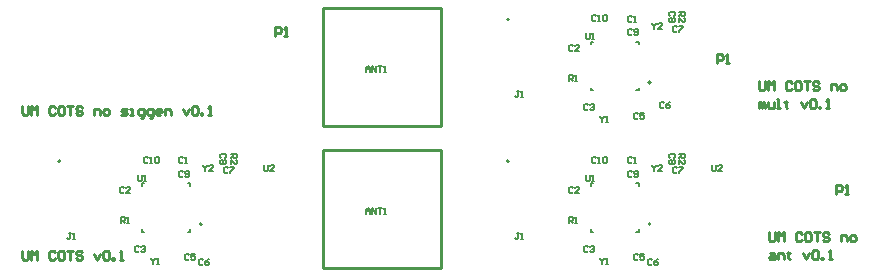
<source format=gto>
G04*
G04 #@! TF.GenerationSoftware,Altium Limited,Altium Designer,21.7.2 (23)*
G04*
G04 Layer_Color=65535*
%FSLAX25Y25*%
%MOIN*%
G70*
G04*
G04 #@! TF.SameCoordinates,F55E2E5B-1DD0-4EDA-8E00-308EEE6F08C1*
G04*
G04*
G04 #@! TF.FilePolarity,Positive*
G04*
G01*
G75*
%ADD26C,0.00800*%
%ADD27C,0.01000*%
%ADD34C,0.00787*%
%ADD35C,0.00500*%
D26*
X132500Y104644D02*
Y105977D01*
X133167Y106643D01*
X133833Y105977D01*
Y104644D01*
Y105644D01*
X132500D01*
X134499Y104644D02*
Y106643D01*
X135832Y104644D01*
Y106643D01*
X136499D02*
X137832D01*
X137165D01*
Y104644D01*
X138498D02*
X139164D01*
X138831D01*
Y106643D01*
X138498Y106310D01*
X237006Y124744D02*
X239006D01*
Y123744D01*
X238672Y123411D01*
X238006D01*
X237673Y123744D01*
Y124744D01*
Y124078D02*
X237006Y123411D01*
Y121412D02*
Y122745D01*
X238339Y121412D01*
X238672D01*
X239006Y121745D01*
Y122412D01*
X238672Y122745D01*
X200306Y101744D02*
Y103743D01*
X201306D01*
X201639Y103410D01*
Y102744D01*
X201306Y102410D01*
X200306D01*
X200973D02*
X201639Y101744D01*
X202306D02*
X202972D01*
X202639D01*
Y103743D01*
X202306Y103410D01*
X183639Y98343D02*
X182973D01*
X183306D01*
Y96677D01*
X182973Y96344D01*
X182640D01*
X182306Y96677D01*
X184306Y96344D02*
X184972D01*
X184639D01*
Y98343D01*
X184306Y98010D01*
X209339Y123310D02*
X209006Y123643D01*
X208340D01*
X208006Y123310D01*
Y121977D01*
X208340Y121644D01*
X209006D01*
X209339Y121977D01*
X210006Y121644D02*
X210672D01*
X210339D01*
Y123643D01*
X210006Y123310D01*
X211672D02*
X212005Y123643D01*
X212671D01*
X213005Y123310D01*
Y121977D01*
X212671Y121644D01*
X212005D01*
X211672Y121977D01*
Y123310D01*
X221239Y118676D02*
X220906Y119009D01*
X220239D01*
X219906Y118676D01*
Y117343D01*
X220239Y117009D01*
X220906D01*
X221239Y117343D01*
X221906D02*
X222239Y117009D01*
X222905D01*
X223238Y117343D01*
Y118676D01*
X222905Y119009D01*
X222239D01*
X221906Y118676D01*
Y118342D01*
X222239Y118009D01*
X223238D01*
X227706Y121043D02*
Y120710D01*
X228373Y120044D01*
X229039Y120710D01*
Y121043D01*
X228373Y120044D02*
Y119044D01*
X231038D02*
X229706D01*
X231038Y120377D01*
Y120710D01*
X230705Y121043D01*
X230039D01*
X229706Y120710D01*
X210406Y90043D02*
Y89710D01*
X211073Y89044D01*
X211739Y89710D01*
Y90043D01*
X211073Y89044D02*
Y88044D01*
X212406D02*
X213072D01*
X212739D01*
Y90043D01*
X212406Y89710D01*
X206006Y117743D02*
Y116077D01*
X206340Y115744D01*
X207006D01*
X207339Y116077D01*
Y117743D01*
X208006Y115744D02*
X208672D01*
X208339D01*
Y117743D01*
X208006Y117410D01*
X235172Y123411D02*
X235506Y123744D01*
Y124411D01*
X235172Y124744D01*
X233840D01*
X233506Y124411D01*
Y123744D01*
X233840Y123411D01*
X235172Y122745D02*
X235506Y122412D01*
Y121745D01*
X235172Y121412D01*
X234839D01*
X234506Y121745D01*
X234173Y121412D01*
X233840D01*
X233506Y121745D01*
Y122412D01*
X233840Y122745D01*
X234173D01*
X234506Y122412D01*
X234839Y122745D01*
X235172D01*
X234506Y122412D02*
Y121745D01*
X236039Y119810D02*
X235706Y120143D01*
X235039D01*
X234706Y119810D01*
Y118477D01*
X235039Y118144D01*
X235706D01*
X236039Y118477D01*
X236706Y120143D02*
X238038D01*
Y119810D01*
X236706Y118477D01*
Y118144D01*
X231739Y94210D02*
X231406Y94543D01*
X230739D01*
X230406Y94210D01*
Y92877D01*
X230739Y92544D01*
X231406D01*
X231739Y92877D01*
X233738Y94543D02*
X233072Y94210D01*
X232406Y93544D01*
Y92877D01*
X232739Y92544D01*
X233405D01*
X233738Y92877D01*
Y93211D01*
X233405Y93544D01*
X232406D01*
X223039Y90810D02*
X222706Y91143D01*
X222040D01*
X221706Y90810D01*
Y89477D01*
X222040Y89144D01*
X222706D01*
X223039Y89477D01*
X225039Y91143D02*
X223706D01*
Y90144D01*
X224372Y90477D01*
X224705D01*
X225039Y90144D01*
Y89477D01*
X224705Y89144D01*
X224039D01*
X223706Y89477D01*
X206439Y93610D02*
X206106Y93943D01*
X205439D01*
X205106Y93610D01*
Y92277D01*
X205439Y91944D01*
X206106D01*
X206439Y92277D01*
X207106Y93610D02*
X207439Y93943D01*
X208105D01*
X208438Y93610D01*
Y93277D01*
X208105Y92944D01*
X207772D01*
X208105D01*
X208438Y92611D01*
Y92277D01*
X208105Y91944D01*
X207439D01*
X207106Y92277D01*
X201539Y113210D02*
X201206Y113543D01*
X200539D01*
X200206Y113210D01*
Y111877D01*
X200539Y111544D01*
X201206D01*
X201539Y111877D01*
X203539Y111544D02*
X202206D01*
X203539Y112877D01*
Y113210D01*
X203205Y113543D01*
X202539D01*
X202206Y113210D01*
X221239Y123110D02*
X220906Y123443D01*
X220239D01*
X219906Y123110D01*
Y121777D01*
X220239Y121444D01*
X220906D01*
X221239Y121777D01*
X221906Y121444D02*
X222572D01*
X222239D01*
Y123443D01*
X221906Y123110D01*
X248006Y73799D02*
Y72133D01*
X248340Y71800D01*
X249006D01*
X249339Y72133D01*
Y73799D01*
X251339Y71800D02*
X250006D01*
X251339Y73133D01*
Y73466D01*
X251005Y73799D01*
X250339D01*
X250006Y73466D01*
X237006Y77500D02*
X239006D01*
Y76500D01*
X238672Y76167D01*
X238006D01*
X237673Y76500D01*
Y77500D01*
Y76834D02*
X237006Y76167D01*
Y74168D02*
Y75501D01*
X238339Y74168D01*
X238672D01*
X239006Y74501D01*
Y75167D01*
X238672Y75501D01*
X200306Y54500D02*
Y56499D01*
X201306D01*
X201639Y56166D01*
Y55500D01*
X201306Y55166D01*
X200306D01*
X200973D02*
X201639Y54500D01*
X202306D02*
X202972D01*
X202639D01*
Y56499D01*
X202306Y56166D01*
X183639Y51099D02*
X182973D01*
X183306D01*
Y49433D01*
X182973Y49100D01*
X182640D01*
X182306Y49433D01*
X184306Y49100D02*
X184972D01*
X184639D01*
Y51099D01*
X184306Y50766D01*
X209339Y76066D02*
X209006Y76399D01*
X208340D01*
X208006Y76066D01*
Y74733D01*
X208340Y74400D01*
X209006D01*
X209339Y74733D01*
X210006Y74400D02*
X210672D01*
X210339D01*
Y76399D01*
X210006Y76066D01*
X211672D02*
X212005Y76399D01*
X212671D01*
X213005Y76066D01*
Y74733D01*
X212671Y74400D01*
X212005D01*
X211672Y74733D01*
Y76066D01*
X221239Y71431D02*
X220906Y71765D01*
X220239D01*
X219906Y71431D01*
Y70099D01*
X220239Y69765D01*
X220906D01*
X221239Y70099D01*
X221906D02*
X222239Y69765D01*
X222905D01*
X223238Y70099D01*
Y71431D01*
X222905Y71765D01*
X222239D01*
X221906Y71431D01*
Y71098D01*
X222239Y70765D01*
X223238D01*
X227706Y73799D02*
Y73466D01*
X228373Y72800D01*
X229039Y73466D01*
Y73799D01*
X228373Y72800D02*
Y71800D01*
X231038D02*
X229706D01*
X231038Y73133D01*
Y73466D01*
X230705Y73799D01*
X230039D01*
X229706Y73466D01*
X210406Y42799D02*
Y42466D01*
X211073Y41800D01*
X211739Y42466D01*
Y42799D01*
X211073Y41800D02*
Y40800D01*
X212406D02*
X213072D01*
X212739D01*
Y42799D01*
X212406Y42466D01*
X206006Y70499D02*
Y68833D01*
X206340Y68500D01*
X207006D01*
X207339Y68833D01*
Y70499D01*
X208006Y68500D02*
X208672D01*
X208339D01*
Y70499D01*
X208006Y70166D01*
X235172Y76167D02*
X235506Y76500D01*
Y77167D01*
X235172Y77500D01*
X233840D01*
X233506Y77167D01*
Y76500D01*
X233840Y76167D01*
X235172Y75501D02*
X235506Y75167D01*
Y74501D01*
X235172Y74168D01*
X234839D01*
X234506Y74501D01*
X234173Y74168D01*
X233840D01*
X233506Y74501D01*
Y75167D01*
X233840Y75501D01*
X234173D01*
X234506Y75167D01*
X234839Y75501D01*
X235172D01*
X234506Y75167D02*
Y74501D01*
X236039Y72566D02*
X235706Y72899D01*
X235039D01*
X234706Y72566D01*
Y71233D01*
X235039Y70900D01*
X235706D01*
X236039Y71233D01*
X236706Y72899D02*
X238038D01*
Y72566D01*
X236706Y71233D01*
Y70900D01*
X227839Y42166D02*
X227506Y42499D01*
X226839D01*
X226506Y42166D01*
Y40833D01*
X226839Y40500D01*
X227506D01*
X227839Y40833D01*
X229838Y42499D02*
X229172Y42166D01*
X228506Y41500D01*
Y40833D01*
X228839Y40500D01*
X229505D01*
X229838Y40833D01*
Y41166D01*
X229505Y41500D01*
X228506D01*
X223039Y43566D02*
X222706Y43899D01*
X222040D01*
X221706Y43566D01*
Y42233D01*
X222040Y41900D01*
X222706D01*
X223039Y42233D01*
X225039Y43899D02*
X223706D01*
Y42900D01*
X224372Y43233D01*
X224705D01*
X225039Y42900D01*
Y42233D01*
X224705Y41900D01*
X224039D01*
X223706Y42233D01*
X206439Y46366D02*
X206106Y46699D01*
X205439D01*
X205106Y46366D01*
Y45033D01*
X205439Y44700D01*
X206106D01*
X206439Y45033D01*
X207106Y46366D02*
X207439Y46699D01*
X208105D01*
X208438Y46366D01*
Y46033D01*
X208105Y45700D01*
X207772D01*
X208105D01*
X208438Y45366D01*
Y45033D01*
X208105Y44700D01*
X207439D01*
X207106Y45033D01*
X201539Y65966D02*
X201206Y66299D01*
X200539D01*
X200206Y65966D01*
Y64633D01*
X200539Y64300D01*
X201206D01*
X201539Y64633D01*
X203538Y64300D02*
X202206D01*
X203538Y65633D01*
Y65966D01*
X203205Y66299D01*
X202539D01*
X202206Y65966D01*
X221239Y75866D02*
X220906Y76199D01*
X220239D01*
X219906Y75866D01*
Y74533D01*
X220239Y74200D01*
X220906D01*
X221239Y74533D01*
X221906Y74200D02*
X222572D01*
X222239D01*
Y76199D01*
X221906Y75866D01*
X98400Y73799D02*
Y72133D01*
X98733Y71800D01*
X99400D01*
X99733Y72133D01*
Y73799D01*
X101732Y71800D02*
X100399D01*
X101732Y73133D01*
Y73466D01*
X101399Y73799D01*
X100733D01*
X100399Y73466D01*
X132500Y57400D02*
Y58733D01*
X133167Y59399D01*
X133833Y58733D01*
Y57400D01*
Y58400D01*
X132500D01*
X134499Y57400D02*
Y59399D01*
X135832Y57400D01*
Y59399D01*
X136499D02*
X137832D01*
X137165D01*
Y57400D01*
X138498D02*
X139164D01*
X138831D01*
Y59399D01*
X138498Y59066D01*
X87400Y77500D02*
X89399D01*
Y76500D01*
X89066Y76167D01*
X88400D01*
X88066Y76500D01*
Y77500D01*
Y76834D02*
X87400Y76167D01*
Y74168D02*
Y75501D01*
X88733Y74168D01*
X89066D01*
X89399Y74501D01*
Y75167D01*
X89066Y75501D01*
X50700Y54500D02*
Y56499D01*
X51700D01*
X52033Y56166D01*
Y55500D01*
X51700Y55166D01*
X50700D01*
X51366D02*
X52033Y54500D01*
X52699D02*
X53366D01*
X53033D01*
Y56499D01*
X52699Y56166D01*
X34033Y51099D02*
X33366D01*
X33700D01*
Y49433D01*
X33366Y49100D01*
X33033D01*
X32700Y49433D01*
X34699Y49100D02*
X35366D01*
X35033D01*
Y51099D01*
X34699Y50766D01*
X59733Y76066D02*
X59400Y76399D01*
X58733D01*
X58400Y76066D01*
Y74733D01*
X58733Y74400D01*
X59400D01*
X59733Y74733D01*
X60399Y74400D02*
X61066D01*
X60733D01*
Y76399D01*
X60399Y76066D01*
X62066D02*
X62399Y76399D01*
X63065D01*
X63398Y76066D01*
Y74733D01*
X63065Y74400D01*
X62399D01*
X62066Y74733D01*
Y76066D01*
X71633Y71431D02*
X71300Y71765D01*
X70633D01*
X70300Y71431D01*
Y70099D01*
X70633Y69765D01*
X71300D01*
X71633Y70099D01*
X72299D02*
X72633Y69765D01*
X73299D01*
X73632Y70099D01*
Y71431D01*
X73299Y71765D01*
X72633D01*
X72299Y71431D01*
Y71098D01*
X72633Y70765D01*
X73632D01*
X78100Y73799D02*
Y73466D01*
X78766Y72800D01*
X79433Y73466D01*
Y73799D01*
X78766Y72800D02*
Y71800D01*
X81432D02*
X80099D01*
X81432Y73133D01*
Y73466D01*
X81099Y73799D01*
X80433D01*
X80099Y73466D01*
X60800Y42799D02*
Y42466D01*
X61466Y41800D01*
X62133Y42466D01*
Y42799D01*
X61466Y41800D02*
Y40800D01*
X62799D02*
X63466D01*
X63133D01*
Y42799D01*
X62799Y42466D01*
X56400Y70499D02*
Y68833D01*
X56733Y68500D01*
X57400D01*
X57733Y68833D01*
Y70499D01*
X58399Y68500D02*
X59066D01*
X58733D01*
Y70499D01*
X58399Y70166D01*
X85566Y76167D02*
X85899Y76500D01*
Y77167D01*
X85566Y77500D01*
X84233D01*
X83900Y77167D01*
Y76500D01*
X84233Y76167D01*
X85566Y75501D02*
X85899Y75167D01*
Y74501D01*
X85566Y74168D01*
X85233D01*
X84900Y74501D01*
X84566Y74168D01*
X84233D01*
X83900Y74501D01*
Y75167D01*
X84233Y75501D01*
X84566D01*
X84900Y75167D01*
X85233Y75501D01*
X85566D01*
X84900Y75167D02*
Y74501D01*
X86433Y72566D02*
X86100Y72899D01*
X85433D01*
X85100Y72566D01*
Y71233D01*
X85433Y70900D01*
X86100D01*
X86433Y71233D01*
X87099Y72899D02*
X88432D01*
Y72566D01*
X87099Y71233D01*
Y70900D01*
X78233Y42166D02*
X77900Y42499D01*
X77233D01*
X76900Y42166D01*
Y40833D01*
X77233Y40500D01*
X77900D01*
X78233Y40833D01*
X80232Y42499D02*
X79566Y42166D01*
X78899Y41500D01*
Y40833D01*
X79233Y40500D01*
X79899D01*
X80232Y40833D01*
Y41166D01*
X79899Y41500D01*
X78899D01*
X73433Y43566D02*
X73100Y43899D01*
X72433D01*
X72100Y43566D01*
Y42233D01*
X72433Y41900D01*
X73100D01*
X73433Y42233D01*
X75432Y43899D02*
X74099D01*
Y42900D01*
X74766Y43233D01*
X75099D01*
X75432Y42900D01*
Y42233D01*
X75099Y41900D01*
X74433D01*
X74099Y42233D01*
X56833Y46366D02*
X56500Y46699D01*
X55833D01*
X55500Y46366D01*
Y45033D01*
X55833Y44700D01*
X56500D01*
X56833Y45033D01*
X57499Y46366D02*
X57833Y46699D01*
X58499D01*
X58832Y46366D01*
Y46033D01*
X58499Y45700D01*
X58166D01*
X58499D01*
X58832Y45366D01*
Y45033D01*
X58499Y44700D01*
X57833D01*
X57499Y45033D01*
X51933Y65966D02*
X51600Y66299D01*
X50933D01*
X50600Y65966D01*
Y64633D01*
X50933Y64300D01*
X51600D01*
X51933Y64633D01*
X53932Y64300D02*
X52599D01*
X53932Y65633D01*
Y65966D01*
X53599Y66299D01*
X52933D01*
X52599Y65966D01*
X71633Y75866D02*
X71300Y76199D01*
X70633D01*
X70300Y75866D01*
Y74533D01*
X70633Y74200D01*
X71300D01*
X71633Y74533D01*
X72299Y74200D02*
X72966D01*
X72633D01*
Y76199D01*
X72299Y75866D01*
D27*
X118110Y86614D02*
X157480D01*
X118110Y125984D02*
X157480D01*
Y86614D02*
Y125984D01*
X118110Y86614D02*
Y125984D01*
X18000Y93343D02*
Y90844D01*
X18500Y90344D01*
X19500D01*
X19999Y90844D01*
Y93343D01*
X20999Y90344D02*
Y93343D01*
X21999Y92343D01*
X22998Y93343D01*
Y90344D01*
X28996Y92843D02*
X28497Y93343D01*
X27497D01*
X26997Y92843D01*
Y90844D01*
X27497Y90344D01*
X28497D01*
X28996Y90844D01*
X31496Y93343D02*
X30496D01*
X29996Y92843D01*
Y90844D01*
X30496Y90344D01*
X31496D01*
X31995Y90844D01*
Y92843D01*
X31496Y93343D01*
X32995D02*
X34995D01*
X33995D01*
Y90344D01*
X37993Y92843D02*
X37494Y93343D01*
X36494D01*
X35994Y92843D01*
Y92343D01*
X36494Y91843D01*
X37494D01*
X37993Y91343D01*
Y90844D01*
X37494Y90344D01*
X36494D01*
X35994Y90844D01*
X41992Y90344D02*
Y92343D01*
X43492D01*
X43992Y91843D01*
Y90344D01*
X45491D02*
X46491D01*
X46991Y90844D01*
Y91843D01*
X46491Y92343D01*
X45491D01*
X44991Y91843D01*
Y90844D01*
X45491Y90344D01*
X50989D02*
X52489D01*
X52989Y90844D01*
X52489Y91343D01*
X51489D01*
X50989Y91843D01*
X51489Y92343D01*
X52989D01*
X53988Y90344D02*
X54988D01*
X54488D01*
Y92343D01*
X53988D01*
X57487Y89344D02*
X57987D01*
X58487Y89844D01*
Y92343D01*
X56987D01*
X56488Y91843D01*
Y90844D01*
X56987Y90344D01*
X58487D01*
X60486Y89344D02*
X60986D01*
X61486Y89844D01*
Y92343D01*
X59986D01*
X59487Y91843D01*
Y90844D01*
X59986Y90344D01*
X61486D01*
X63985D02*
X62985D01*
X62486Y90844D01*
Y91843D01*
X62985Y92343D01*
X63985D01*
X64485Y91843D01*
Y91343D01*
X62486D01*
X65485Y90344D02*
Y92343D01*
X66984D01*
X67484Y91843D01*
Y90344D01*
X71483Y92343D02*
X72482Y90344D01*
X73482Y92343D01*
X74482Y92843D02*
X74982Y93343D01*
X75981D01*
X76481Y92843D01*
Y90844D01*
X75981Y90344D01*
X74982D01*
X74482Y90844D01*
Y92843D01*
X77481Y90344D02*
Y90844D01*
X77981D01*
Y90344D01*
X77481D01*
X79980D02*
X80980D01*
X80480D01*
Y93343D01*
X79980Y92843D01*
X102200Y116644D02*
Y119643D01*
X103700D01*
X104199Y119143D01*
Y118144D01*
X103700Y117644D01*
X102200D01*
X105199Y116644D02*
X106199D01*
X105699D01*
Y119643D01*
X105199Y119143D01*
X263406Y101642D02*
Y99143D01*
X263906Y98643D01*
X264906D01*
X265406Y99143D01*
Y101642D01*
X266405Y98643D02*
Y101642D01*
X267405Y100642D01*
X268405Y101642D01*
Y98643D01*
X274403Y101142D02*
X273903Y101642D01*
X272903D01*
X272403Y101142D01*
Y99143D01*
X272903Y98643D01*
X273903D01*
X274403Y99143D01*
X276902Y101642D02*
X275902D01*
X275402Y101142D01*
Y99143D01*
X275902Y98643D01*
X276902D01*
X277402Y99143D01*
Y101142D01*
X276902Y101642D01*
X278401D02*
X280401D01*
X279401D01*
Y98643D01*
X283400Y101142D02*
X282900Y101642D01*
X281900D01*
X281400Y101142D01*
Y100642D01*
X281900Y100142D01*
X282900D01*
X283400Y99643D01*
Y99143D01*
X282900Y98643D01*
X281900D01*
X281400Y99143D01*
X287399Y98643D02*
Y100642D01*
X288898D01*
X289398Y100142D01*
Y98643D01*
X290897D02*
X291897D01*
X292397Y99143D01*
Y100142D01*
X291897Y100642D01*
X290897D01*
X290398Y100142D01*
Y99143D01*
X290897Y98643D01*
X263406Y92644D02*
Y94643D01*
X263906D01*
X264406Y94144D01*
Y92644D01*
Y94144D01*
X264906Y94643D01*
X265406Y94144D01*
Y92644D01*
X266405Y94643D02*
Y93144D01*
X266905Y92644D01*
X268405D01*
Y94643D01*
X269404Y92644D02*
X270404D01*
X269904D01*
Y95643D01*
X269404D01*
X272403Y95143D02*
Y94643D01*
X271903D01*
X272903D01*
X272403D01*
Y93144D01*
X272903Y92644D01*
X277402Y94643D02*
X278401Y92644D01*
X279401Y94643D01*
X280401Y95143D02*
X280901Y95643D01*
X281900D01*
X282400Y95143D01*
Y93144D01*
X281900Y92644D01*
X280901D01*
X280401Y93144D01*
Y95143D01*
X283400Y92644D02*
Y93144D01*
X283900D01*
Y92644D01*
X283400D01*
X285899D02*
X286899D01*
X286399D01*
Y95643D01*
X285899Y95143D01*
X249406Y107544D02*
Y110543D01*
X250906D01*
X251406Y110043D01*
Y109044D01*
X250906Y108544D01*
X249406D01*
X252405Y107544D02*
X253405D01*
X252905D01*
Y110543D01*
X252405Y110043D01*
X266706Y51198D02*
Y48699D01*
X267206Y48199D01*
X268206D01*
X268706Y48699D01*
Y51198D01*
X269705Y48199D02*
Y51198D01*
X270705Y50198D01*
X271705Y51198D01*
Y48199D01*
X277703Y50698D02*
X277203Y51198D01*
X276203D01*
X275703Y50698D01*
Y48699D01*
X276203Y48199D01*
X277203D01*
X277703Y48699D01*
X280202Y51198D02*
X279202D01*
X278702Y50698D01*
Y48699D01*
X279202Y48199D01*
X280202D01*
X280702Y48699D01*
Y50698D01*
X280202Y51198D01*
X281701D02*
X283701D01*
X282701D01*
Y48199D01*
X286700Y50698D02*
X286200Y51198D01*
X285200D01*
X284700Y50698D01*
Y50198D01*
X285200Y49698D01*
X286200D01*
X286700Y49198D01*
Y48699D01*
X286200Y48199D01*
X285200D01*
X284700Y48699D01*
X290699Y48199D02*
Y50198D01*
X292198D01*
X292698Y49698D01*
Y48199D01*
X294197D02*
X295197D01*
X295697Y48699D01*
Y49698D01*
X295197Y50198D01*
X294197D01*
X293698Y49698D01*
Y48699D01*
X294197Y48199D01*
X267206Y44199D02*
X268206D01*
X268706Y43699D01*
Y42200D01*
X267206D01*
X266706Y42700D01*
X267206Y43200D01*
X268706D01*
X269705Y42200D02*
Y44199D01*
X271205D01*
X271705Y43699D01*
Y42200D01*
X273204Y44699D02*
Y44199D01*
X272704D01*
X273704D01*
X273204D01*
Y42700D01*
X273704Y42200D01*
X278203Y44199D02*
X279202Y42200D01*
X280202Y44199D01*
X281202Y44699D02*
X281701Y45199D01*
X282701D01*
X283201Y44699D01*
Y42700D01*
X282701Y42200D01*
X281701D01*
X281202Y42700D01*
Y44699D01*
X284201Y42200D02*
Y42700D01*
X284700D01*
Y42200D01*
X284201D01*
X286700D02*
X287700D01*
X287200D01*
Y45199D01*
X286700Y44699D01*
X289306Y63900D02*
Y66899D01*
X290806D01*
X291306Y66399D01*
Y65399D01*
X290806Y64900D01*
X289306D01*
X292305Y63900D02*
X293305D01*
X292805D01*
Y66899D01*
X292305Y66399D01*
X118110Y39370D02*
X157480D01*
X118110Y78740D02*
X157480D01*
Y39370D02*
Y78740D01*
X118110Y39370D02*
Y78740D01*
X18000Y45099D02*
Y42600D01*
X18500Y42100D01*
X19500D01*
X19999Y42600D01*
Y45099D01*
X20999Y42100D02*
Y45099D01*
X21999Y44099D01*
X22998Y45099D01*
Y42100D01*
X28996Y44599D02*
X28497Y45099D01*
X27497D01*
X26997Y44599D01*
Y42600D01*
X27497Y42100D01*
X28497D01*
X28996Y42600D01*
X31496Y45099D02*
X30496D01*
X29996Y44599D01*
Y42600D01*
X30496Y42100D01*
X31496D01*
X31995Y42600D01*
Y44599D01*
X31496Y45099D01*
X32995D02*
X34995D01*
X33995D01*
Y42100D01*
X37993Y44599D02*
X37494Y45099D01*
X36494D01*
X35994Y44599D01*
Y44099D01*
X36494Y43600D01*
X37494D01*
X37993Y43100D01*
Y42600D01*
X37494Y42100D01*
X36494D01*
X35994Y42600D01*
X41992Y44099D02*
X42992Y42100D01*
X43992Y44099D01*
X44991Y44599D02*
X45491Y45099D01*
X46491D01*
X46991Y44599D01*
Y42600D01*
X46491Y42100D01*
X45491D01*
X44991Y42600D01*
Y44599D01*
X47990Y42100D02*
Y42600D01*
X48490D01*
Y42100D01*
X47990D01*
X50489D02*
X51489D01*
X50989D01*
Y45099D01*
X50489Y44599D01*
D34*
X180238Y122187D02*
G03*
X180238Y122187I-394J0D01*
G01*
X227425Y101202D02*
G03*
X227425Y101202I-394J0D01*
G01*
X180238Y74942D02*
G03*
X180238Y74942I-394J0D01*
G01*
X227425Y53958D02*
G03*
X227425Y53958I-394J0D01*
G01*
X30632Y74942D02*
G03*
X30632Y74942I-394J0D01*
G01*
X77819Y53958D02*
G03*
X77819Y53958I-394J0D01*
G01*
D35*
X207405Y98643D02*
X208272D01*
X207405D02*
Y99510D01*
Y114785D02*
X208272D01*
X207405Y113919D02*
Y114785D01*
X222681Y98643D02*
X223547D01*
Y99510D01*
Y113919D02*
Y114785D01*
X222681D02*
X223547D01*
X207405Y51399D02*
X208272D01*
X207405D02*
Y52265D01*
Y67541D02*
X208272D01*
X207405Y66675D02*
Y67541D01*
X222681Y51399D02*
X223547D01*
Y52265D01*
Y66675D02*
Y67541D01*
X222681D02*
X223547D01*
X57799Y51399D02*
X58665D01*
X57799D02*
Y52265D01*
Y67541D02*
X58665D01*
X57799Y66675D02*
Y67541D01*
X73075Y51399D02*
X73941D01*
Y52265D01*
Y66675D02*
Y67541D01*
X73075D02*
X73941D01*
M02*

</source>
